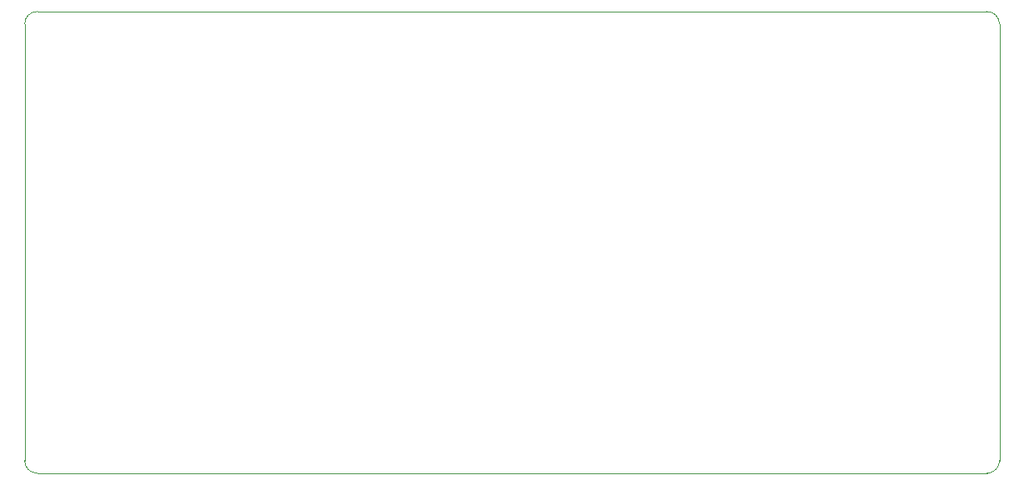
<source format=gbr>
%TF.GenerationSoftware,KiCad,Pcbnew,(5.1.9)-1*%
%TF.CreationDate,2021-05-17T17:07:15+02:00*%
%TF.ProjectId,CaptureTheFlag,43617074-7572-4655-9468-65466c61672e,rev?*%
%TF.SameCoordinates,Original*%
%TF.FileFunction,Profile,NP*%
%FSLAX46Y46*%
G04 Gerber Fmt 4.6, Leading zero omitted, Abs format (unit mm)*
G04 Created by KiCad (PCBNEW (5.1.9)-1) date 2021-05-17 17:07:15*
%MOMM*%
%LPD*%
G01*
G04 APERTURE LIST*
%TA.AperFunction,Profile*%
%ADD10C,0.050000*%
%TD*%
G04 APERTURE END LIST*
D10*
X393700000Y-106680000D02*
X393700000Y-107823000D01*
X392430000Y-105410000D02*
G75*
G02*
X393700000Y-106680000I0J-1270000D01*
G01*
X295910000Y-105410000D02*
X392430000Y-105410000D01*
X294640000Y-106680000D02*
G75*
G02*
X295910000Y-105410000I1270000J0D01*
G01*
X294640000Y-151130000D02*
X294640000Y-106680000D01*
X393700000Y-151130000D02*
X393700000Y-107823000D01*
X295910000Y-152400000D02*
X392430000Y-152400000D01*
X295910000Y-152400000D02*
G75*
G02*
X294640000Y-151130000I0J1270000D01*
G01*
X393700000Y-151130000D02*
G75*
G02*
X392430000Y-152400000I-1270000J0D01*
G01*
M02*

</source>
